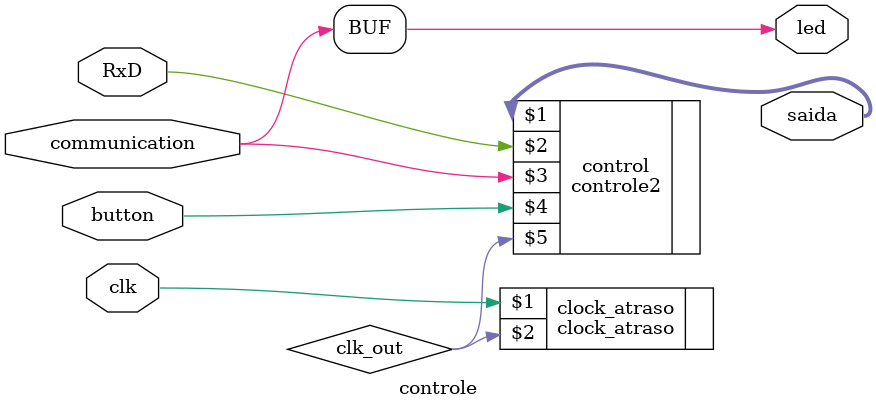
<source format=v>
/* Projeto cadeirinha de bebe - Iniciação Cientifica UFG - PIBIC 2015-2
	Autor: Vagner Luciano da Costa Silva
	
	Descrição:
		Modulo responsavel por integrar os diferentes niveis do projeto.
                     
						  TOP-LEVEL
							______
   communication -->|      |-->saida
   button        -->|      |
	clk           -->|      |
	                 |______|
						  
	Tarefas a serem desenvolvidas:
		-Problema da temporização do acionamento das saídas
      -Testar no FPGA modificações
		
	Modificações
		-Adicionado modulo para gerar um atraso no clock para testar se o problema esta na temporização das saidas ou no clock.
*/

module controle(
		input clk,
		input button,
		input RxD,
		input communication,
		output wire[2:0] saida,
		output wire led
		);
		
wire[7:0] GPout,GPin;
wire TxD;
wire crianca;
wire clk_out;

/*
Comunicacao comunicacao(clk,RxD,TxD,GPout,GPin);
*/
clock_atraso clock_atraso(clk,clk_out);
controle2 control(saida, RxD, communication, button, clk_out);

//assign crianca = GPout[0];

assign led = communication;

endmodule
</source>
